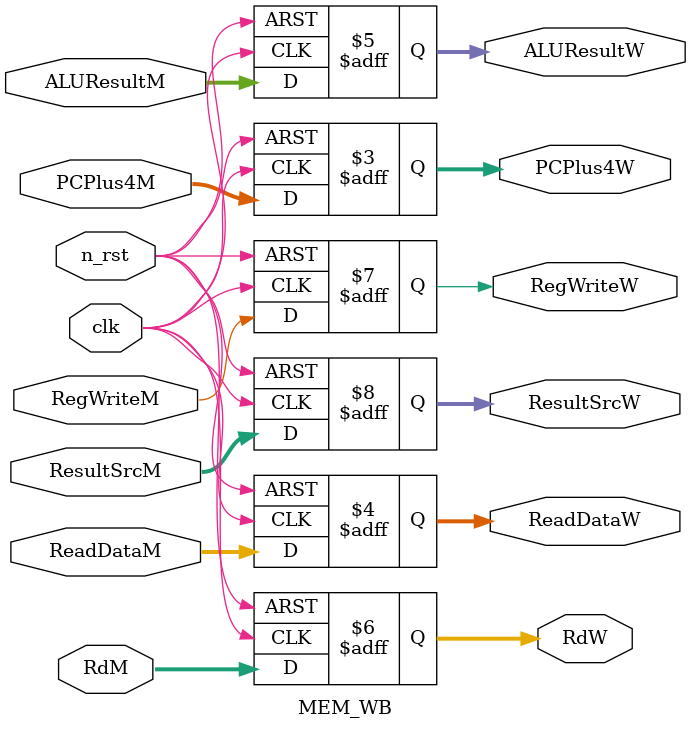
<source format=sv>
module MEM_WB(
    input clk,
    input n_rst,            // Active low reset
    input [31:0] PCPlus4M,  // PC+4 from MEM stage
    input [31:0] ReadDataM, // Data read from memory
    input [31:0] ALUResultM,// ALU computation result
    input [4:0] RdM,        // Destination register
    input RegWriteM,        // Register write control
    input [1:0] ResultSrcM,       // Memory to register control
    output reg [31:0] PCPlus4W,
    output reg [31:0] ReadDataW,
    output reg [31:0] ALUResultW,
    output reg [4:0] RdW,
    output reg RegWriteW,
    output reg [1:0]  ResultSrcW
);

    always @(posedge clk or negedge n_rst) begin
        if (!n_rst) begin
            PCPlus4W <= 0;
            ReadDataW <= 0;
            ALUResultW <= 0;
            RdW <= 0;
            RegWriteW <= 0;
            ResultSrcW <= 0;
        end else begin
            PCPlus4W <= PCPlus4M;
            ReadDataW <= ReadDataM;
            ALUResultW <= ALUResultM;
            RdW <= RdM;
            RegWriteW <= RegWriteM;
            ResultSrcW <= ResultSrcM;
        end
    end
endmodule

</source>
